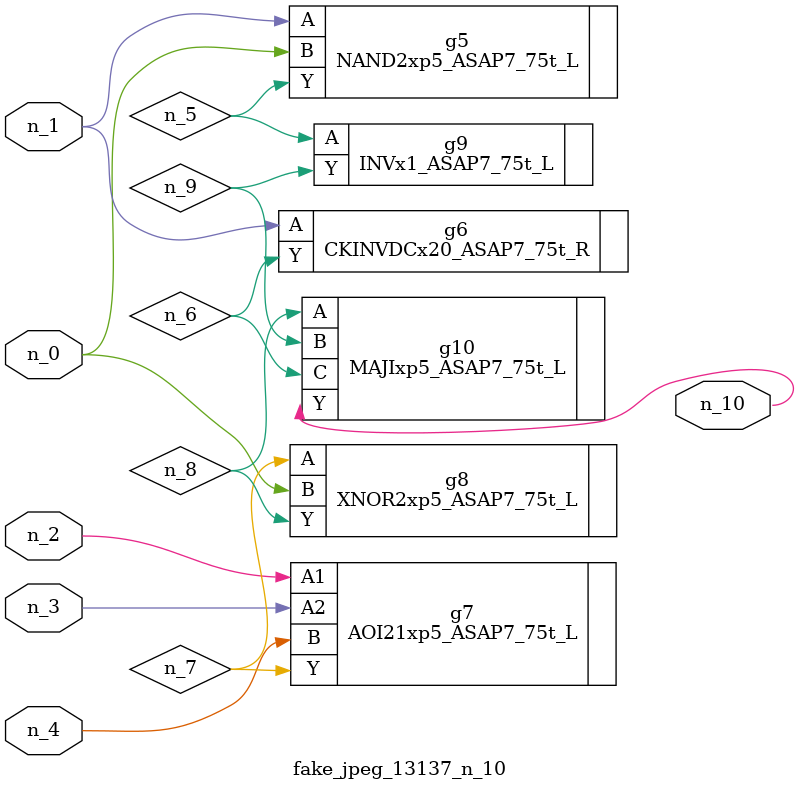
<source format=v>
module fake_jpeg_13137_n_10 (n_3, n_2, n_1, n_0, n_4, n_10);

input n_3;
input n_2;
input n_1;
input n_0;
input n_4;

output n_10;

wire n_8;
wire n_9;
wire n_6;
wire n_5;
wire n_7;

NAND2xp5_ASAP7_75t_L g5 ( 
.A(n_1),
.B(n_0),
.Y(n_5)
);

CKINVDCx20_ASAP7_75t_R g6 ( 
.A(n_1),
.Y(n_6)
);

AOI21xp5_ASAP7_75t_L g7 ( 
.A1(n_2),
.A2(n_3),
.B(n_4),
.Y(n_7)
);

XNOR2xp5_ASAP7_75t_L g8 ( 
.A(n_7),
.B(n_0),
.Y(n_8)
);

MAJIxp5_ASAP7_75t_L g10 ( 
.A(n_8),
.B(n_9),
.C(n_6),
.Y(n_10)
);

INVx1_ASAP7_75t_L g9 ( 
.A(n_5),
.Y(n_9)
);


endmodule
</source>
